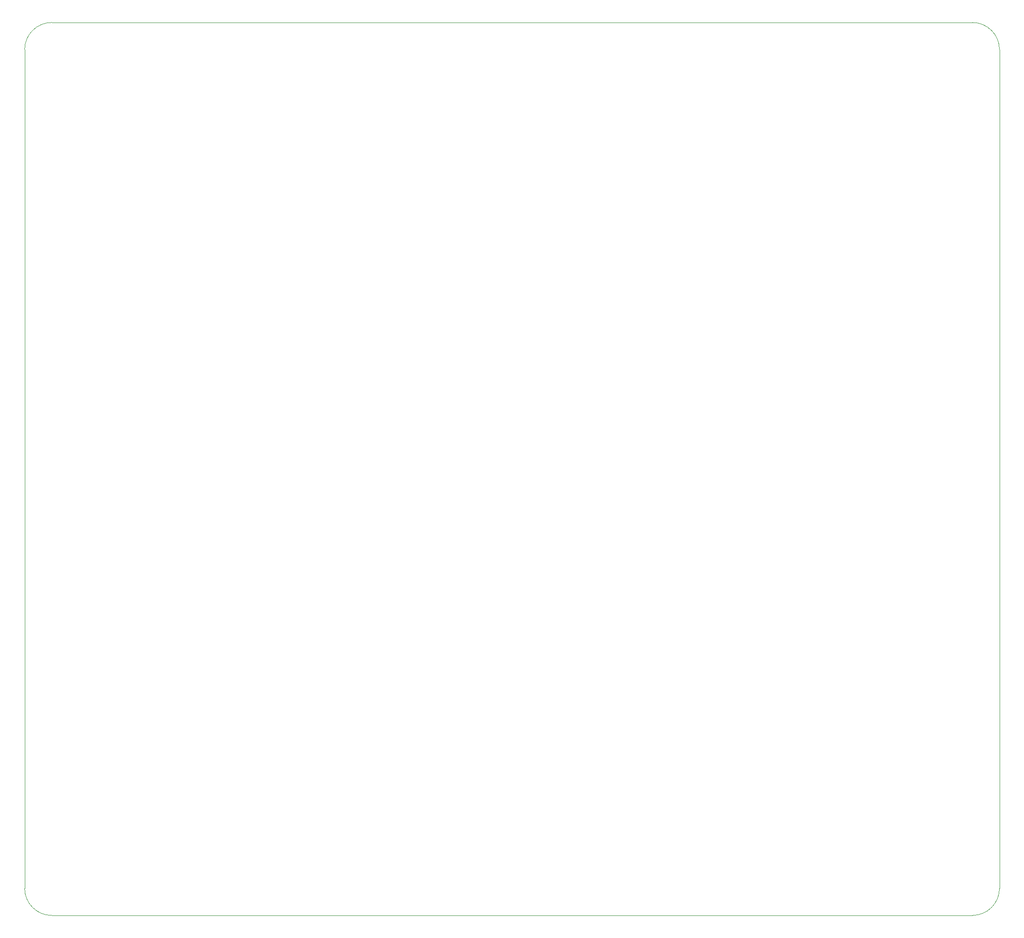
<source format=gbr>
%TF.GenerationSoftware,KiCad,Pcbnew,7.0.10-7.0.10~ubuntu22.04.1*%
%TF.CreationDate,2024-01-14T18:59:59-05:00*%
%TF.ProjectId,euro_3x,6575726f-5f33-4782-9e6b-696361645f70,rev?*%
%TF.SameCoordinates,Original*%
%TF.FileFunction,Profile,NP*%
%FSLAX46Y46*%
G04 Gerber Fmt 4.6, Leading zero omitted, Abs format (unit mm)*
G04 Created by KiCad (PCBNEW 7.0.10-7.0.10~ubuntu22.04.1) date 2024-01-14 18:59:59*
%MOMM*%
%LPD*%
G01*
G04 APERTURE LIST*
%TA.AperFunction,Profile*%
%ADD10C,0.100000*%
%TD*%
G04 APERTURE END LIST*
D10*
X60960000Y-193040000D02*
X60960000Y-35560000D01*
X243840002Y-35559998D02*
G75*
G03*
X238760002Y-30479998I-5080002J-2D01*
G01*
X66040000Y-198120000D02*
X238760000Y-198120000D01*
X66040000Y-30480000D02*
X238760002Y-30479998D01*
X243840000Y-193040000D02*
X243840000Y-35559999D01*
X60960000Y-193040000D02*
G75*
G03*
X66040000Y-198120000I5080000J0D01*
G01*
X66040000Y-30480000D02*
G75*
G03*
X60960000Y-35560000I0J-5080000D01*
G01*
X238760000Y-198120000D02*
G75*
G03*
X243840000Y-193040000I0J5080000D01*
G01*
M02*

</source>
